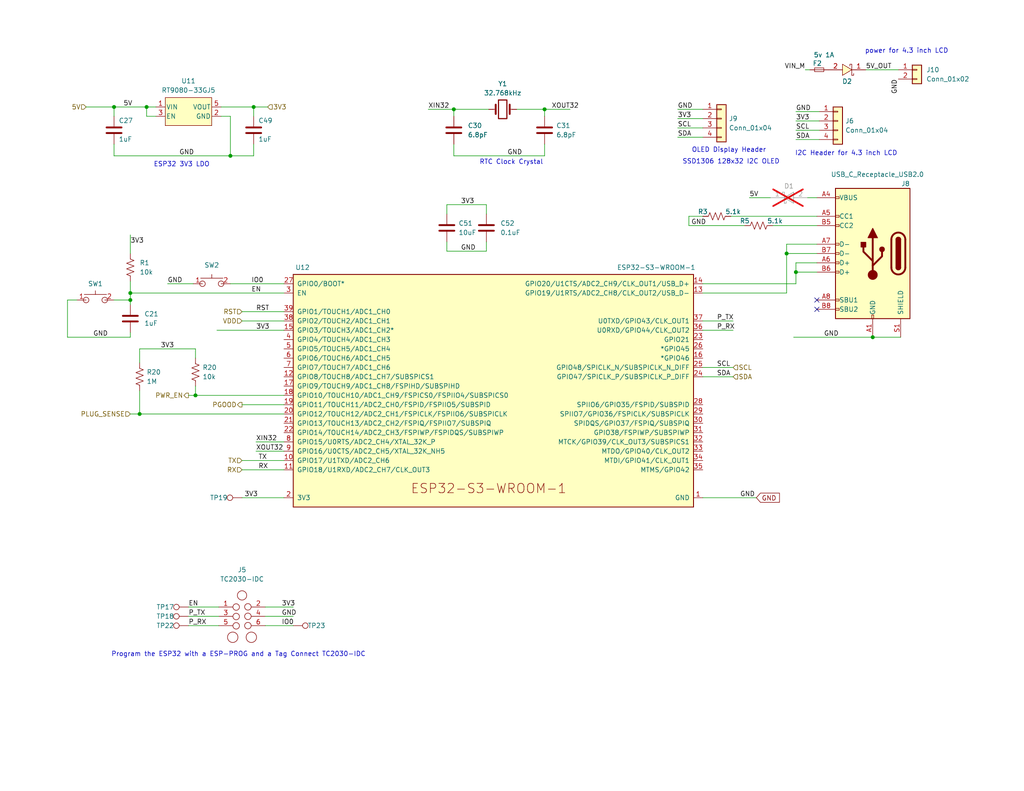
<source format=kicad_sch>
(kicad_sch (version 20231120) (generator "eeschema") (generator_version "8.0")
  (paper "A")
  (title_block (title "BM1366 bitaxe") (date "2023-10-25") (rev "203"))
  (lib_symbols
    (symbol "Connector:TestPoint" (pin_numbers hide) (pin_names (offset 0.762) hide)
      (property "Reference" "TP" (at 0 6.858 0))
      (property "Value" "TestPoint" (at 0 5.08 0))
      (symbol "TestPoint_0_1"
        (circle (center 0 3.302) (radius 0.762))
      )
      (symbol "TestPoint_1_1"
        (pin passive line (at 0 0 90) (length 2.54) (name "1") (number "1"))
      )
    )
    (symbol "Connector:USB_C_Receptacle_USB2.0" (pin_names (offset 1.016))
      (property "Reference" "J" (at -10.16 19.05 0))
      (property "Value" "USB_C_Receptacle_USB2.0" (at 19.05 19.05 0))
      (symbol "USB_C_Receptacle_USB2.0_0_0"
        (rectangle (start -0.254 -17.78) (end 0.254 -16.764))
        (rectangle (start 10.16 -14.986) (end 9.144 -15.494))
        (rectangle (start 10.16 -12.446) (end 9.144 -12.954))
        (rectangle (start 10.16 -4.826) (end 9.144 -5.334))
        (rectangle (start 10.16 -2.286) (end 9.144 -2.794))
        (rectangle (start 10.16 0.254) (end 9.144 -0.254))
        (rectangle (start 10.16 2.794) (end 9.144 2.286))
        (rectangle (start 10.16 7.874) (end 9.144 7.366))
        (rectangle (start 10.16 10.414) (end 9.144 9.906))
        (rectangle (start 10.16 15.494) (end 9.144 14.986))
      )
      (symbol "USB_C_Receptacle_USB2.0_0_1"
        (rectangle (start -10.16 17.78) (end 10.16 -17.78) (stroke (width 0.254)) (fill (type background)))
        (arc (start -8.89 -3.81) (mid -6.985 -5.7067) (end -5.08 -3.81) (stroke (width 0.508)))
        (arc (start -7.62 -3.81) (mid -6.985 -4.4423) (end -6.35 -3.81) (stroke (width 0.254)))
        (arc (start -7.62 -3.81) (mid -6.985 -4.4423) (end -6.35 -3.81) (stroke (width 0.254)) (fill (type outline)))
        (rectangle (start -7.62 -3.81) (end -6.35 3.81) (stroke (width 0.254)) (fill (type outline)))
        (arc (start -6.35 3.81) (mid -6.985 4.4423) (end -7.62 3.81) (stroke (width 0.254)))
        (arc (start -6.35 3.81) (mid -6.985 4.4423) (end -7.62 3.81) (stroke (width 0.254)) (fill (type outline)))
        (arc (start -5.08 3.81) (mid -6.985 5.7067) (end -8.89 3.81) (stroke (width 0.508)))
        (circle (center -2.54 1.143) (radius 0.635) (stroke (width 0.254)) (fill (type outline)))
        (circle (center 0 -5.842) (radius 1.27) (fill (type outline)))
        (polyline (pts (xy -8.89 -3.81) (xy -8.89 3.81)) (stroke (width 0.508)))
        (polyline (pts (xy -5.08 3.81) (xy -5.08 -3.81)) (stroke (width 0.508)))
        (polyline (pts (xy 0 -5.842) (xy 0 4.318)) (stroke (width 0.508)))
        (polyline (pts (xy 0 -3.302) (xy -2.54 -0.762) (xy -2.54 0.508)) (stroke (width 0.508)))
        (polyline (pts (xy 0 -2.032) (xy 2.54 0.508) (xy 2.54 1.778)) (stroke (width 0.508)))
        (polyline (pts (xy -1.27 4.318) (xy 0 6.858) (xy 1.27 4.318) (xy -1.27 4.318)) (stroke (width 0.254)) (fill (type outline)))
        (rectangle (start 1.905 1.778) (end 3.175 3.048) (stroke (width 0.254)) (fill (type outline)))
      )
      (symbol "USB_C_Receptacle_USB2.0_1_1"
        (pin passive line (at 0 -22.86 90) (length 5.08) (name "GND") (number "A1"))
        (pin passive line (at 0 -22.86 90) (length 5.08) hide (name "GND") (number "A12"))
        (pin passive line (at 15.24 15.24 180) (length 5.08) (name "VBUS") (number "A4"))
        (pin bidirectional line (at 15.24 10.16 180) (length 5.08) (name "CC1") (number "A5"))
        (pin bidirectional line (at 15.24 -2.54 180) (length 5.08) (name "D+") (number "A6"))
        (pin bidirectional line (at 15.24 2.54 180) (length 5.08) (name "D-") (number "A7"))
        (pin bidirectional line (at 15.24 -12.7 180) (length 5.08) (name "SBU1") (number "A8"))
        (pin passive line (at 15.24 15.24 180) (length 5.08) hide (name "VBUS") (number "A9"))
        (pin passive line (at 0 -22.86 90) (length 5.08) hide (name "GND") (number "B1"))
        (pin passive line (at 0 -22.86 90) (length 5.08) hide (name "GND") (number "B12"))
        (pin passive line (at 15.24 15.24 180) (length 5.08) hide (name "VBUS") (number "B4"))
        (pin bidirectional line (at 15.24 7.62 180) (length 5.08) (name "CC2") (number "B5"))
        (pin bidirectional line (at 15.24 -5.08 180) (length 5.08) (name "D+") (number "B6"))
        (pin bidirectional line (at 15.24 0 180) (length 5.08) (name "D-") (number "B7"))
        (pin bidirectional line (at 15.24 -15.24 180) (length 5.08) (name "SBU2") (number "B8"))
        (pin passive line (at 15.24 15.24 180) (length 5.08) hide (name "VBUS") (number "B9"))
        (pin passive line (at -7.62 -22.86 90) (length 5.08) (name "SHIELD") (number "S1"))
      )
    )
    (symbol "Connector_Generic:Conn_01x02" (pin_names (offset 1.016) hide)
      (property "Reference" "J" (at 0 2.54 0))
      (property "Value" "Conn_01x02" (at 0 -5.08 0))
      (symbol "Conn_01x02_1_1"
        (rectangle (start -1.27 -2.413) (end 0 -2.667) (stroke (width 0.1524)))
        (rectangle (start -1.27 0.127) (end 0 -0.127) (stroke (width 0.1524)))
        (rectangle (start -1.27 1.27) (end 1.27 -3.81) (stroke (width 0.254)) (fill (type background)))
        (pin passive line (at -5.08 0 0) (length 3.81) (name "Pin_1") (number "1"))
        (pin passive line (at -5.08 -2.54 0) (length 3.81) (name "Pin_2") (number "2"))
      )
    )
    (symbol "Connector_Generic:Conn_01x04" (pin_names (offset 1.016) hide)
      (property "Reference" "J" (at 0 5.08 0))
      (property "Value" "Conn_01x04" (at 0 -7.62 0))
      (symbol "Conn_01x04_1_1"
        (rectangle (start -1.27 -4.953) (end 0 -5.207) (stroke (width 0.1524)))
        (rectangle (start -1.27 -2.413) (end 0 -2.667) (stroke (width 0.1524)))
        (rectangle (start -1.27 0.127) (end 0 -0.127) (stroke (width 0.1524)))
        (rectangle (start -1.27 2.667) (end 0 2.413) (stroke (width 0.1524)))
        (rectangle (start -1.27 3.81) (end 1.27 -6.35) (stroke (width 0.254)) (fill (type background)))
        (pin passive line (at -5.08 2.54 0) (length 3.81) (name "Pin_1") (number "1"))
        (pin passive line (at -5.08 0 0) (length 3.81) (name "Pin_2") (number "2"))
        (pin passive line (at -5.08 -2.54 0) (length 3.81) (name "Pin_3") (number "3"))
        (pin passive line (at -5.08 -5.08 0) (length 3.81) (name "Pin_4") (number "4"))
      )
    )
    (symbol "Device:C" (pin_numbers hide) (pin_names (offset 0.254))
      (property "Reference" "C" (at 0.635 2.54 0))
      (property "Value" "C" (at 0.635 -2.54 0))
      (symbol "C_0_1"
        (polyline (pts (xy -2.032 -0.762) (xy 2.032 -0.762)) (stroke (width 0.508)))
        (polyline (pts (xy -2.032 0.762) (xy 2.032 0.762)) (stroke (width 0.508)))
      )
      (symbol "C_1_1"
        (pin passive line (at 0 3.81 270) (length 2.794) (name "~") (number "1"))
        (pin passive line (at 0 -3.81 90) (length 2.794) (name "~") (number "2"))
      )
    )
    (symbol "Device:Crystal" (pin_numbers hide) (pin_names (offset 1.016) hide)
      (property "Reference" "Y" (at 0 3.81 0))
      (property "Value" "Crystal" (at 0 -3.81 0))
      (symbol "Crystal_0_1"
        (rectangle (start -1.143 2.54) (end 1.143 -2.54) (stroke (width 0.3048)))
        (polyline (pts (xy -2.54 0) (xy -1.905 0)))
        (polyline (pts (xy -1.905 -1.27) (xy -1.905 1.27)) (stroke (width 0.508)))
        (polyline (pts (xy 1.905 -1.27) (xy 1.905 1.27)) (stroke (width 0.508)))
        (polyline (pts (xy 2.54 0) (xy 1.905 0)))
      )
      (symbol "Crystal_1_1"
        (pin passive line (at -3.81 0 0) (length 1.27) (name "1") (number "1"))
        (pin passive line (at 3.81 0 180) (length 1.27) (name "2") (number "2"))
      )
    )
    (symbol "Device:Fuse_Small" (pin_numbers hide) (pin_names (offset 0.254) hide)
      (property "Reference" "F" (at 0 -1.524 0))
      (property "Value" "Fuse_Small" (at 0 1.524 0))
      (symbol "Fuse_Small_0_1"
        (rectangle (start -1.27 0.508) (end 1.27 -0.508))
        (polyline (pts (xy -1.27 0) (xy 1.27 0)))
      )
      (symbol "Fuse_Small_1_1"
        (pin passive line (at -2.54 0 0) (length 1.27) (name "~") (number "1"))
        (pin passive line (at 2.54 0 180) (length 1.27) (name "~") (number "2"))
      )
    )
    (symbol "Device:R_US" (pin_numbers hide) (pin_names (offset 0))
      (property "Reference" "R" (at 2.54 0 90))
      (property "Value" "R_US" (at -2.54 0 90))
      (symbol "R_US_0_1"
        (polyline (pts (xy 0 -2.286) (xy 0 -2.54)))
        (polyline (pts (xy 0 2.286) (xy 0 2.54)))
        (polyline (pts (xy 0 -0.762) (xy 1.016 -1.143) (xy 0 -1.524) (xy -1.016 -1.905) (xy 0 -2.286)))
        (polyline (pts (xy 0 0.762) (xy 1.016 0.381) (xy 0 0) (xy -1.016 -0.381) (xy 0 -0.762)))
        (polyline (pts (xy 0 2.286) (xy 1.016 1.905) (xy 0 1.524) (xy -1.016 1.143) (xy 0 0.762)))
      )
      (symbol "R_US_1_1"
        (pin passive line (at 0 3.81 270) (length 1.27) (name "~") (number "1"))
        (pin passive line (at 0 -3.81 90) (length 1.27) (name "~") (number "2"))
      )
    )
    (symbol "bitaxe:ESP32-S3-WROOM-1" (pin_names (offset 1.016))
      (property "Reference" "U12" (at -50.8 34.925 0))
      (property "Value" "ESP32-S3-WROOM-1" (at 45.72 34.925 0))
      (symbol "ESP32-S3-WROOM-1_0_0"
        (rectangle (start -53.34 33.02) (end 55.88 -30.48) (stroke (width 0.254)) (fill (type background)))
        (text "ESP32-S3-WROOM-1" (at 0 -25.4 0) (effects (font (size 2.54 2.54))))
        (pin power_in line (at 58.42 -27.94 180) (length 2.54) (name "GND") (number "1"))
        (pin bidirectional line (at -55.88 -17.78 0) (length 2.54) (name "GPIO17/U1TXD/ADC2_CH6") (number "10"))
        (pin bidirectional line (at -55.88 -20.32 0) (length 2.54) (name "GPIO18/U1RXD/ADC2_CH7/CLK_OUT3") (number "11"))
        (pin bidirectional line (at -55.88 5.08 0) (length 2.54) (name "GPIO8/TOUCH8/ADC1_CH7/SUBSPICS1") (number "12"))
        (pin bidirectional line (at 58.42 27.94 180) (length 2.54) (name "GPIO19/U1RTS/ADC2_CH8/CLK_OUT2/USB_D-") (number "13"))
        (pin bidirectional line (at 58.42 30.48 180) (length 2.54) (name "GPIO20/U1CTS/ADC2_CH9/CLK_OUT1/USB_D+") (number "14"))
        (pin bidirectional line (at -55.88 17.78 0) (length 2.54) (name "GPIO3/TOUCH3/ADC1_CH2*") (number "15"))
        (pin bidirectional line (at 58.42 10.16 180) (length 2.54) (name "*GPIO46") (number "16"))
        (pin bidirectional line (at -55.88 2.54 0) (length 2.54) (name "GPIO9/TOUCH9/ADC1_CH8/FSPIHD/SUBSPIHD") (number "17"))
        (pin bidirectional line (at -55.88 0 0) (length 2.54) (name "GPIO10/TOUCH10/ADC1_CH9/FSPICS0/FSPIIO4/SUBSPICS0") (number "18"))
        (pin bidirectional line (at -55.88 -2.54 0) (length 2.54) (name "GPIO11/TOUCH11/ADC2_CH0/FSPID/FSPIIO5/SUBSPID") (number "19"))
        (pin power_in line (at -55.88 -27.94 0) (length 2.54) (name "3V3") (number "2"))
        (pin bidirectional line (at -55.88 -5.08 0) (length 2.54) (name "GPIO12/TOUCH12/ADC2_CH1/FSPICLK/FSPIIO6/SUBSPICLK") (number "20"))
        (pin bidirectional line (at -55.88 -7.62 0) (length 2.54) (name "GPIO13/TOUCH13/ADC2_CH2/FSPIQ/FSPIIO7/SUBSPIQ") (number "21"))
        (pin bidirectional line (at -55.88 -10.16 0) (length 2.54) (name "GPIO14/TOUCH14/ADC2_CH3/FSPIWP/FSPIDQS/SUBSPIWP") (number "22"))
        (pin bidirectional line (at 58.42 15.24 180) (length 2.54) (name "GPIO21") (number "23"))
        (pin bidirectional line (at 58.42 5.08 180) (length 2.54) (name "GPIO47/SPICLK_P/SUBSPICLK_P_DIFF") (number "24"))
        (pin bidirectional line (at 58.42 7.62 180) (length 2.54) (name "GPIO48/SPICLK_N/SUBSPICLK_N_DIFF") (number "25"))
        (pin bidirectional line (at 58.42 12.7 180) (length 2.54) (name "*GPIO45") (number "26"))
        (pin bidirectional line (at -55.88 30.48 0) (length 2.54) (name "GPIO0/BOOT*") (number "27"))
        (pin bidirectional line (at 58.42 -2.54 180) (length 2.54) (name "SPIIO6/GPIO35/FSPID/SUBSPID") (number "28"))
        (pin bidirectional line (at 58.42 -5.08 180) (length 2.54) (name "SPIIO7/GPIO36/FSPICLK/SUBSPICLK") (number "29"))
        (pin input line (at -55.88 27.94 0) (length 2.54) (name "EN") (number "3"))
        (pin bidirectional line (at 58.42 -7.62 180) (length 2.54) (name "SPIDQS/GPIO37/FSPIQ/SUBSPIQ") (number "30"))
        (pin bidirectional line (at 58.42 -10.16 180) (length 2.54) (name "GPIO38/FSPIWP/SUBSPIWP") (number "31"))
        (pin bidirectional line (at 58.42 -12.7 180) (length 2.54) (name "MTCK/GPIO39/CLK_OUT3/SUBSPICS1") (number "32"))
        (pin bidirectional line (at 58.42 -15.24 180) (length 2.54) (name "MTDO/GPIO40/CLK_OUT2") (number "33"))
        (pin bidirectional line (at 58.42 -17.78 180) (length 2.54) (name "MTDI/GPIO41/CLK_OUT1") (number "34"))
        (pin bidirectional line (at 58.42 -20.32 180) (length 2.54) (name "MTMS/GPIO42") (number "35"))
        (pin bidirectional line (at 58.42 17.78 180) (length 2.54) (name "U0RXD/GPIO44/CLK_OUT2") (number "36"))
        (pin bidirectional line (at 58.42 20.32 180) (length 2.54) (name "U0TXD/GPIO43/CLK_OUT1") (number "37"))
        (pin bidirectional line (at -55.88 20.32 0) (length 2.54) (name "GPIO2/TOUCH2/ADC1_CH1") (number "38"))
        (pin bidirectional line (at -55.88 22.86 0) (length 2.54) (name "GPIO1/TOUCH1/ADC1_CH0") (number "39"))
        (pin bidirectional line (at -55.88 15.24 0) (length 2.54) (name "GPIO4/TOUCH4/ADC1_CH3") (number "4"))
        (pin passive line (at 58.42 -27.94 180) (length 2.54) hide (name "GND") (number "40"))
        (pin passive line (at 58.42 -27.94 180) (length 2.54) hide (name "GND") (number "41"))
        (pin bidirectional line (at -55.88 12.7 0) (length 2.54) (name "GPIO5/TOUCH5/ADC1_CH4") (number "5"))
        (pin bidirectional line (at -55.88 10.16 0) (length 2.54) (name "GPIO6/TOUCH6/ADC1_CH5") (number "6"))
        (pin bidirectional line (at -55.88 7.62 0) (length 2.54) (name "GPIO7/TOUCH7/ADC1_CH6") (number "7"))
        (pin bidirectional line (at -55.88 -12.7 0) (length 2.54) (name "GPIO15/U0RTS/ADC2_CH4/XTAL_32K_P") (number "8"))
        (pin bidirectional line (at -55.88 -15.24 0) (length 2.54) (name "GPIO16/U0CTS/ADC2_CH5/XTAL_32K_NH5") (number "9"))
      )
    )
    (symbol "bitaxe:GT-TC029B-H025-L1N"
      (property "Reference" "SW2" (at 0 3.81 0))
      (symbol "GT-TC029B-H025-L1N_0_1"
        (circle (center -2.54 0) (radius 0.76))
        (polyline (pts (xy -3.05 1.52) (xy 3.05 1.52)))
        (polyline (pts (xy 0 1.52) (xy 0 2.54)))
        (circle (center 2.54 0) (radius 0.76))
        (pin unspecified line (at -5.08 0 0) (length 2.54) (name "~") (number "1"))
        (pin unspecified line (at 5.08 0 180) (length 2.54) (name "~") (number "2"))
      )
    )
    (symbol "bitaxe:RT9080-33GJ5" (pin_names (offset 0.254))
      (property "Reference" "U" (at -6.35 5.08 0))
      (property "Value" "RT9080-33GJ5" (at 0 -5.08 0))
      (symbol "RT9080-33GJ5_1_1"
        (rectangle (start -6.35 3.81) (end 6.35 -3.81) (stroke (width 0.1524)) (fill (type background)))
        (pin power_in line (at -8.89 1.27 0) (length 2.54) (name "VIN") (number "1"))
        (pin power_in line (at 8.89 -1.27 180) (length 2.54) (name "GND") (number "2"))
        (pin input line (at -8.89 -1.27 0) (length 2.54) (name "EN") (number "3"))
        (pin no_connect line (at 0 6.35 270) (length 2.54) hide (name "NC") (number "4"))
        (pin output line (at 8.89 1.27 180) (length 2.54) (name "VOUT") (number "5"))
      )
    )
    (symbol "bitaxe:TC2030-IDC-NL" (pin_names (offset 1.016) hide)
      (property "Reference" "J5" (at 0 12.7 0))
      (property "Value" "TC2030-IDC" (at 0 10.16 0))
      (symbol "TC2030-IDC-NL_0_1"
        (circle (center -2.54 -5.715) (radius 1.4224))
        (circle (center -1.6002 2.54) (radius 0.889))
        (circle (center 0 5.715) (radius 1.27))
      )
      (symbol "TC2030-IDC-NL_1_1"
        (circle (center -1.6002 -2.5908) (radius 0.889))
        (circle (center -1.6002 -0.0508) (radius 0.889))
        (circle (center 1.6002 -2.54) (radius 0.889))
        (circle (center 1.6002 0) (radius 0.889))
        (circle (center 1.6002 2.5908) (radius 0.889))
        (circle (center 2.54 -5.715) (radius 1.4224))
        (pin passive line (at -6.35 2.54 0) (length 3.81) (name "Pin_1") (number "1"))
        (pin passive line (at 6.35 2.54 180) (length 3.81) (name "Pin_2") (number "2"))
        (pin passive line (at -6.35 0 0) (length 3.81) (name "Pin_3") (number "3"))
        (pin passive line (at 6.35 0 180) (length 3.81) (name "Pin_4") (number "4"))
        (pin passive line (at -6.35 -2.54 0) (length 3.81) (name "Pin_5") (number "5"))
        (pin passive line (at 6.35 -2.54 180) (length 3.81) (name "Pin_6") (number "6"))
      )
    )
    (symbol "lcsc:SS310_C85658"
      (property "Reference" "D" (at 0 5.08 0))
      (property "Value" "SS310_C85658" (at 0 -5.08 0))
      (symbol "SS310_C85658_0_1"
        (polyline (pts (xy -1.27 -1.52) (xy -1.27 1.52)))
        (polyline (pts (xy -1.27 -1.52) (xy -0.76 -1.52) (xy -0.76 -1.02)))
        (polyline (pts (xy -1.27 1.52) (xy -1.78 1.52) (xy -1.78 1.02)))
        (polyline (pts (xy 1.27 1.52) (xy -1.27 0) (xy 1.27 -1.52) (xy 1.27 1.52)) (fill (type background)))
        (pin unspecified line (at -5.08 0 0) (length 3.81) (name "~") (number "1"))
        (pin unspecified line (at 5.08 0 180) (length 3.81) (name "~") (number "2"))
      )
    )
  )
  (junction (at 214.63 69.215))
  (junction (at 123.825 29.845))
  (junction (at 238.125 92.075))
  (junction (at 62.865 42.545))
  (junction (at 217.17 74.295))
  (junction (at 53.34 107.95))
  (junction (at 40.005 29.21))
  (junction (at 148.59 29.845))
  (junction (at 35.56 80.01))
  (junction (at 38.1 113.03))
  (junction (at 35.56 81.915))
  (junction (at 69.215 29.21))
  (junction (at 31.115 29.21))
  (no_connect (at 222.885 81.915))
  (no_connect (at 222.885 84.455))
  (wire (pts (xy 187.96 59.055) (xy 191.77 59.055)))
  (wire (pts (xy 35.56 113.03) (xy 38.1 113.03)))
  (wire (pts (xy 121.92 55.88) (xy 121.92 58.42)))
  (wire (pts (xy 31.115 29.21) (xy 31.115 31.75)))
  (wire (pts (xy 216.535 92.075) (xy 238.125 92.075)))
  (wire (pts (xy 35.56 80.01) (xy 35.56 81.915)))
  (wire (pts (xy 236.22 19.05) (xy 245.11 19.05)))
  (wire (pts (xy 60.325 31.75) (xy 62.865 31.75)))
  (wire (pts (xy 140.97 29.845) (xy 148.59 29.845)))
  (wire (pts (xy 72.39 168.275) (xy 80.01 168.275)))
  (wire (pts (xy 69.215 39.37) (xy 69.215 42.545)))
  (wire (pts (xy 66.04 110.49) (xy 77.47 110.49)))
  (wire (pts (xy 132.715 68.58) (xy 121.92 68.58)))
  (wire (pts (xy 238.125 92.075) (xy 245.745 92.075)))
  (wire (pts (xy 62.865 31.75) (xy 62.865 42.545)))
  (wire (pts (xy 123.825 42.545) (xy 123.825 39.37)))
  (wire (pts (xy 35.56 76.835) (xy 35.56 80.01)))
  (wire (pts (xy 72.39 165.735) (xy 80.01 165.735)))
  (wire (pts (xy 69.215 29.21) (xy 69.215 31.75)))
  (wire (pts (xy 38.1 99.06) (xy 38.1 95.25)))
  (wire (pts (xy 77.47 125.73) (xy 66.04 125.73)))
  (wire (pts (xy 132.715 66.04) (xy 132.715 68.58)))
  (wire (pts (xy 217.17 30.48) (xy 223.52 30.48)))
  (wire (pts (xy 40.005 29.21) (xy 42.545 29.21)))
  (wire (pts (xy 18.415 81.915) (xy 18.415 92.075)))
  (wire (pts (xy 148.59 29.845) (xy 155.575 29.845)))
  (wire (pts (xy 69.85 120.65) (xy 77.47 120.65)))
  (wire (pts (xy 77.47 85.09) (xy 66.04 85.09)))
  (wire (pts (xy 45.72 77.47) (xy 52.705 77.47)))
  (wire (pts (xy 214.63 69.215) (xy 214.63 80.01)))
  (wire (pts (xy 116.84 29.845) (xy 123.825 29.845)))
  (wire (pts (xy 220.98 19.05) (xy 219.71 19.05)))
  (wire (pts (xy 31.115 81.915) (xy 35.56 81.915)))
  (wire (pts (xy 123.825 42.545) (xy 148.59 42.545)))
  (wire (pts (xy 203.2 61.595) (xy 187.96 61.595)))
  (wire (pts (xy 123.825 29.845) (xy 123.825 31.75)))
  (wire (pts (xy 23.495 29.21) (xy 31.115 29.21)))
  (wire (pts (xy 18.415 92.075) (xy 35.56 92.075)))
  (wire (pts (xy 72.39 170.815) (xy 80.01 170.815)))
  (wire (pts (xy 217.17 74.295) (xy 222.885 74.295)))
  (wire (pts (xy 199.39 59.055) (xy 222.885 59.055)))
  (wire (pts (xy 69.85 123.19) (xy 77.47 123.19)))
  (wire (pts (xy 184.912 29.845) (xy 191.77 29.845)))
  (wire (pts (xy 35.56 81.915) (xy 35.56 83.185)))
  (wire (pts (xy 191.77 90.17) (xy 200.025 90.17)))
  (wire (pts (xy 35.56 80.01) (xy 77.47 80.01)))
  (wire (pts (xy 222.885 66.675) (xy 214.63 66.675)))
  (wire (pts (xy 77.47 128.27) (xy 66.04 128.27)))
  (wire (pts (xy 214.63 69.215) (xy 222.885 69.215)))
  (wire (pts (xy 123.825 29.845) (xy 133.35 29.845)))
  (wire (pts (xy 51.435 170.815) (xy 59.69 170.815)))
  (wire (pts (xy 191.77 102.87) (xy 200.025 102.87)))
  (wire (pts (xy 69.215 29.21) (xy 73.025 29.21)))
  (wire (pts (xy 31.115 29.21) (xy 40.005 29.21)))
  (wire (pts (xy 38.1 113.03) (xy 77.47 113.03)))
  (wire (pts (xy 51.435 107.95) (xy 53.34 107.95)))
  (wire (pts (xy 184.912 34.925) (xy 191.77 34.925)))
  (wire (pts (xy 217.17 38.1) (xy 223.52 38.1)))
  (wire (pts (xy 53.34 107.95) (xy 77.47 107.95)))
  (wire (pts (xy 191.77 135.89) (xy 206.375 135.89)))
  (wire (pts (xy 51.435 168.275) (xy 59.69 168.275)))
  (wire (pts (xy 31.115 42.545) (xy 31.115 39.37)))
  (wire (pts (xy 66.04 87.63) (xy 77.47 87.63)))
  (wire (pts (xy 35.56 90.805) (xy 35.56 92.075)))
  (wire (pts (xy 121.92 68.58) (xy 121.92 66.04)))
  (wire (pts (xy 59.182 90.17) (xy 77.47 90.17)))
  (wire (pts (xy 62.865 77.47) (xy 77.47 77.47)))
  (wire (pts (xy 187.96 61.595) (xy 187.96 59.055)))
  (wire (pts (xy 42.545 31.75) (xy 40.005 31.75)))
  (wire (pts (xy 148.59 29.845) (xy 148.59 31.75)))
  (wire (pts (xy 51.435 165.735) (xy 59.69 165.735)))
  (wire (pts (xy 191.77 77.47) (xy 217.17 77.47)))
  (wire (pts (xy 191.77 100.33) (xy 200.025 100.33)))
  (wire (pts (xy 217.17 74.295) (xy 217.17 71.755)))
  (wire (pts (xy 20.955 81.915) (xy 18.415 81.915)))
  (wire (pts (xy 217.17 77.47) (xy 217.17 74.295)))
  (wire (pts (xy 191.77 87.63) (xy 200.025 87.63)))
  (wire (pts (xy 40.005 31.75) (xy 40.005 29.21)))
  (wire (pts (xy 148.59 39.37) (xy 148.59 42.545)))
  (wire (pts (xy 132.715 55.88) (xy 121.92 55.88)))
  (wire (pts (xy 53.34 105.41) (xy 53.34 107.95)))
  (wire (pts (xy 220.345 53.975) (xy 222.885 53.975)))
  (wire (pts (xy 210.82 61.595) (xy 222.885 61.595)))
  (wire (pts (xy 38.1 95.25) (xy 53.34 95.25)))
  (wire (pts (xy 217.17 71.755) (xy 222.885 71.755)))
  (wire (pts (xy 191.77 80.01) (xy 214.63 80.01)))
  (wire (pts (xy 53.34 97.79) (xy 53.34 95.25)))
  (wire (pts (xy 66.04 135.89) (xy 77.47 135.89)))
  (wire (pts (xy 184.912 37.465) (xy 191.77 37.465)))
  (wire (pts (xy 132.715 58.42) (xy 132.715 55.88)))
  (wire (pts (xy 184.912 32.385) (xy 191.77 32.385)))
  (wire (pts (xy 217.17 33.02) (xy 223.52 33.02)))
  (wire (pts (xy 69.215 42.545) (xy 62.865 42.545)))
  (wire (pts (xy 217.17 35.56) (xy 223.52 35.56)))
  (wire (pts (xy 35.56 64.135) (xy 35.56 69.215)))
  (wire (pts (xy 60.325 29.21) (xy 69.215 29.21)))
  (wire (pts (xy 214.63 66.675) (xy 214.63 69.215)))
  (wire (pts (xy 204.47 53.975) (xy 210.185 53.975)))
  (wire (pts (xy 62.865 42.545) (xy 31.115 42.545)))
  (wire (pts (xy 38.1 106.68) (xy 38.1 113.03)))
  (text "I2C Header for 4.3 inch LCD" (at 216.916 42.672 0) (effects (font (size 1.27 1.27)) (justify left bottom)))
  (text "RTC Clock Crystal" (at 130.81 45.085 0) (effects (font (size 1.27 1.27)) (justify left bottom)))
  (text "ESP32 3V3 LDO" (at 41.91 45.72 0) (effects (font (size 1.27 1.27)) (justify left bottom)))
  (text "Program the ESP32 with a ESP-PROG and a Tag Connect TC2030-IDC" (at 30.353 179.451 0) (effects (font (size 1.27 1.27)) (justify left bottom)))
  (text "SSD1306 128x32 I2C OLED" (at 186.182 44.958 0) (effects (font (size 1.27 1.27)) (justify left bottom)))
  (text "power for 4.3 inch LCD" (at 235.966 14.732 0) (effects (font (size 1.27 1.27)) (justify left bottom)))
  (text "OLED Display Header" (at 188.722 41.783 0) (effects (font (size 1.27 1.27)) (justify left bottom)))
  (label "P_RX" (at 51.435 170.815 0))
  (label "5V_OUT" (at 236.22 19.05 0))
  (label "RST" (at 69.85 85.09 0))
  (label "5V" (at 204.47 53.975 0))
  (label "P_TX" (at 51.435 168.275 0))
  (label "3V3" (at 43.815 95.25 0))
  (label "EN" (at 51.435 165.735 0))
  (label "GND" (at 184.912 29.845 0))
  (label "GND" (at 224.79 92.075 0))
  (label "XOUT32" (at 150.495 29.845 0))
  (label "EN" (at 68.58 80.01 0))
  (label "P_RX" (at 195.58 90.17 0))
  (label "IO0" (at 68.58 77.47 0))
  (label "GND" (at 125.73 68.58 0))
  (label "3V3" (at 66.675 135.89 0))
  (label "SDA" (at 217.17 38.1 0))
  (label "SDA" (at 195.58 102.87 0))
  (label "VIN_M" (at 219.71 19.05 180))
  (label "GND" (at 217.17 30.48 0))
  (label "GND" (at 188.595 61.595 0))
  (label "XIN32" (at 69.85 120.65 0))
  (label "TX" (at 70.485 125.73 0))
  (label "GND" (at 138.43 42.545 0))
  (label "3V3" (at 76.835 165.735 0))
  (label "3V3" (at 69.85 90.17 0))
  (label "3V3" (at 217.17 33.02 0))
  (label "IO0" (at 76.835 170.815 0))
  (label "SCL" (at 195.58 100.33 0))
  (label "XOUT32" (at 69.85 123.19 0))
  (label "SCL" (at 184.912 34.925 0))
  (label "XIN32" (at 116.84 29.845 0))
  (label "GND" (at 201.93 135.89 0))
  (label "GND" (at 45.72 77.47 0))
  (label "SDA" (at 184.912 37.465 0))
  (label "3V3" (at 125.73 55.88 0))
  (label "P_TX" (at 195.58 87.63 0))
  (label "3V3" (at 184.912 32.385 0))
  (label "GND" (at 25.4 92.075 0))
  (label "5V" (at 33.655 29.21 0))
  (label "GND" (at 76.835 168.275 0))
  (label "GND" (at 48.895 42.545 0))
  (label "3V3" (at 35.56 66.675 0))
  (label "RX" (at 70.485 128.27 0))
  (label "GND" (at 245.11 21.59 270))
  (label "SCL" (at 217.17 35.56 0))
  (global_label "GND" (shape input) (at 206.375 135.89 0) (property "Intersheetrefs" "${INTERSHEET_REFS}" (effects (hide yes))))
  (hierarchical_label "TX" (shape input) (at 66.04 125.73 180))
  (hierarchical_label "RX" (shape input) (at 66.04 128.27 180))
  (hierarchical_label "3V3" (shape input) (at 73.025 29.21 0))
  (hierarchical_label "PLUG_SENSE" (shape input) (at 35.56 113.03 180))
  (hierarchical_label "SCL" (shape input) (at 200.025 100.33 0))
  (hierarchical_label "RST" (shape input) (at 66.04 85.09 180))
  (hierarchical_label "SDA" (shape input) (at 200.025 102.87 0))
  (hierarchical_label "PGOOD" (shape output) (at 66.04 110.49 180))
  (hierarchical_label "PWR_EN" (shape output) (at 51.435 107.95 180))
  (hierarchical_label "5V" (shape input) (at 23.495 29.21 180))
  (hierarchical_label "VDD" (shape input) (at 66.04 87.63 180))
  (symbol (lib_id "Device:C") (at 35.56 86.995 0) (unit 1)
    (property "Reference" "C21" (at 39.37 85.7249 0) (effects (justify left)))
    (property "Value" "1uF" (at 39.37 88.2649 0) (effects (justify left)))
    (property "Footprint" "Capacitor_SMD:C_0402_1005Metric" (effects (hide yes)))
    (property "DK" "587-5514-1-ND" (effects (hide yes)))
    (property "PARTNO" "EMK105BJ105MV-F" (effects (hide yes)))
  )
  (symbol (lib_id "Device:C") (at 123.825 35.56 0) (unit 1)
    (property "Reference" "C30" (at 127.635 34.2899 0) (effects (justify left)))
    (property "Value" "6.8pF" (at 127.635 36.8299 0) (effects (justify left)))
    (property "Footprint" "Capacitor_SMD:C_0402_1005Metric" (effects (hide yes)))
    (property "DK" "399-C0402C689C5GAC7867CT-ND" (effects (hide yes)))
    (property "PARTNO" "C0402C689C5GAC7867" (effects (hide yes)))
  )
  (symbol (lib_id "Device:R_US") (at 207.01 61.595 90) (unit 1)
    (property "Reference" "R5" (at 203.2 60.325 90))
    (property "Value" "5.1k" (at 211.455 60.325 90))
    (property "Footprint" "Resistor_SMD:R_0402_1005Metric" (effects (hide yes)))
    (property "DK" "RMCF0402JT5K10CT-ND" (effects (hide yes)))
    (property "PARTNO" "RMCF0402JT5K10" (effects (hide yes)))
  )
  (symbol (lib_id "Device:C") (at 132.715 62.23 0) (unit 1)
    (property "Reference" "C52" (at 136.525 60.9599 0) (effects (justify left)))
    (property "Value" "0.1uF" (at 136.525 63.4999 0) (effects (justify left)))
    (property "Footprint" "Capacitor_SMD:C_0402_1005Metric" (effects (hide yes)))
    (property "DK" "1292-1639-1-ND" (effects (hide yes)))
    (property "PARTNO" "0402X104K100CT" (effects (hide yes)))
  )
  (symbol (lib_id "Device:R_US") (at 38.1 102.87 0) (unit 1)
    (property "Reference" "R20" (at 40.005 101.6 0) (effects (justify left)))
    (property "Value" "1M" (at 40.005 104.14 0) (effects (justify left)))
    (property "Footprint" "Resistor_SMD:R_0402_1005Metric" (effects (hide yes)))
    (property "DK" "311-1.00MLRCT-ND" (effects (hide yes)))
    (property "PARTNO" "RC0402FR-071ML" (effects (hide yes)))
  )
  (symbol (lib_id "Connector_Generic:Conn_01x02") (at 250.19 19.05 0) (unit 1)
    (property "Reference" "J10" (at 252.73 19.0499 0) (effects (justify left)))
    (property "Value" "Conn_01x02" (at 252.73 21.5899 0) (effects (justify left)))
    (property "Footprint" "Connector_PinSocket_2.54mm:PinSocket_1x02_P2.54mm_Vertical" (effects (hide yes)))
    (property "Description" "Generic connector, single row, 01x02, script generated (kicad-library-utils/schlib/autogen/connector/)" (effects (hide yes)))
  )
  (symbol (lib_id "Connector_Generic:Conn_01x04") (at 196.85 32.385 0) (unit 1) (in_bom no)
    (property "Reference" "J9" (at 198.882 32.3849 0) (effects (justify left)))
    (property "Value" "Conn_01x04" (at 198.882 34.9249 0) (effects (justify left)))
    (property "Footprint" "Connector_PinSocket_2.54mm:PinSocket_1x04_P2.54mm_Vertical" (effects (hide yes)))
    (property "DK" "NPTC041KFXC-RC" (effects (hide yes)))
  )
  (symbol (lib_id "bitaxe:GT-TC029B-H025-L1N") (at 57.785 77.47 0) (unit 1)
    (property "Reference" "SW2" (at 57.785 72.39 0))
    (property "Value" "GT-TC029B-H025-L1N" (effects (hide yes)))
    (property "Footprint" "bitaxe:SW_CS1213AGF260_CRS" (effects (hide yes)))
    (property "Datasheet" "https://www.citrelay.com/Catalog%20Pages/SwitchCatalog/CS1213.pdf" (effects (hide yes)))
    (property "DK" "2449-CS1213AGF260CT-ND" (effects (hide yes)))
    (property "PARTNO" "CS1213AGF260" (effects (hide yes)))
  )
  (symbol (lib_id "Device:C") (at 148.59 35.56 0) (unit 1)
    (property "Reference" "C31" (at 151.765 34.2899 0) (effects (justify left)))
    (property "Value" "6.8pF" (at 151.765 36.8299 0) (effects (justify left)))
    (property "Footprint" "Capacitor_SMD:C_0402_1005Metric" (effects (hide yes)))
    (property "DK" "399-C0402C689C5GAC7867CT-ND" (effects (hide yes)))
    (property "PARTNO" "C0402C689C5GAC7867" (effects (hide yes)))
  )
  (symbol (lib_id "bitaxe:RT9080-33GJ5") (at 51.435 30.48 0) (unit 1)
    (property "Reference" "U11" (at 51.435 22.098 0))
    (property "Value" "RT9080-33GJ5" (at 51.435 24.638 0))
    (property "Footprint" "bitaxe:RT9080-33GJ5" (effects (hide yes)))
    (property "Datasheet" "https://www.richtek.com/assets/product_file/RT9080/DS9080-05.pdf" (effects (hide yes)))
    (property "DK" "1028-1509-1-ND" (effects (hide yes)))
    (property "PARTNO" "RT9080-33GJ5" (effects (hide yes)))
  )
  (symbol (lib_id "Connector:TestPoint") (at 51.435 168.275 90) (mirror x) (unit 1) (in_bom no)
    (property "Reference" "TP18" (at 45.085 168.275 90))
    (property "Value" "TestPoint" (effects (hide yes)))
    (property "Footprint" "TestPoint:TestPoint_Pad_D1.5mm" (effects (hide yes)))
  )
  (symbol (lib_id "Connector:TestPoint") (at 80.01 170.815 270) (mirror x) (unit 1) (in_bom no)
    (property "Reference" "TP23" (at 86.36 170.815 90))
    (property "Value" "TestPoint" (effects (hide yes)))
    (property "Footprint" "TestPoint:TestPoint_Pad_D1.5mm" (effects (hide yes)))
  )
  (symbol (lib_id "Connector_Generic:Conn_01x04") (at 228.6 33.02 0) (unit 1) (in_bom no)
    (property "Reference" "J6" (at 230.632 33.0199 0) (effects (justify left)))
    (property "Value" "Conn_01x04" (at 230.632 35.5599 0) (effects (justify left)))
    (property "Footprint" "Connector_PinSocket_2.54mm:PinSocket_1x04_P2.54mm_Vertical" (effects (hide yes)))
    (property "DK" "NPTC041KFXC-RC" (effects (hide yes)))
  )
  (symbol (lib_id "Device:R_US") (at 195.58 59.055 90) (unit 1)
    (property "Reference" "R3" (at 191.77 57.785 90))
    (property "Value" "5.1k" (at 200.025 57.785 90))
    (property "Footprint" "Resistor_SMD:R_0402_1005Metric" (effects (hide yes)))
    (property "DK" "RMCF0402JT5K10CT-ND" (effects (hide yes)))
    (property "PARTNO" "RMCF0402JT5K10" (effects (hide yes)))
  )
  (symbol (lib_id "Device:R_US") (at 35.56 73.025 0) (unit 1)
    (property "Reference" "R1" (at 38.1 71.7549 0) (effects (justify left)))
    (property "Value" "10k" (at 38.1 74.2949 0) (effects (justify left)))
    (property "Footprint" "Resistor_SMD:R_0402_1005Metric" (effects (hide yes)))
    (property "DK" "311-10KJRCT-ND" (effects (hide yes)))
    (property "PARTNO" "RC0402JR-0710KL" (effects (hide yes)))
  )
  (symbol (lib_id "lcsc:SS310_C85658") (at 231.14 19.05 180) (unit 1)
    (property "Reference" "D2" (at 231.14 22.225 0))
    (property "Value" "SS310" (effects (hide yes)))
    (property "Footprint" "Diode_SMD:D_SMA" (effects (hide yes)))
    (property "Datasheet" "https://www.mccsemi.com/pdf/Products/SK32A-L-SK310A-L(DO-214AC).pdf" (effects (hide yes)))
    (property "DK" "SK310A-LTPMSCT-ND" (effects (hide yes)))
    (property "PARTNO" "SK310A-LTP" (effects (hide yes)))
  )
  (symbol (lib_id "lcsc:SS310_C85658") (at 215.265 53.975 0) (unit 1) (dnp yes)
    (property "Reference" "D1" (at 215.265 50.8 0))
    (property "Value" "SS310" (effects (hide yes)))
    (property "Footprint" "Diode_SMD:D_SMA" (effects (hide yes)))
    (property "Datasheet" "https://www.mccsemi.com/pdf/Products/SK32A-L-SK310A-L(DO-214AC).pdf" (effects (hide yes)))
    (property "DK" "SK310A-LTPMSCT-ND" (effects (hide yes)))
    (property "PARTNO" "SK310A-LTP" (effects (hide yes)))
  )
  (symbol (lib_id "bitaxe:TC2030-IDC-NL") (at 66.04 168.275 0) (unit 1) (in_bom no)
    (property "Reference" "J5" (at 66.04 155.575 0))
    (property "Value" "TC2030-IDC" (at 66.04 158.115 0))
    (property "Footprint" "bitaxe:Tag-Connect_TC2030-IDC-NL_2x03_P1.27mm_Vertical" (effects (hide yes)))
  )
  (symbol (lib_id "Device:C") (at 69.215 35.56 0) (unit 1)
    (property "Reference" "C49" (at 70.485 33.655 0) (effects (justify left bottom)))
    (property "Value" "1uF" (at 70.485 38.735 0) (effects (justify left bottom)))
    (property "Footprint" "Capacitor_SMD:C_0402_1005Metric" (effects (hide yes)))
    (property "DK" "587-5514-1-ND" (effects (hide yes)))
    (property "PARTNO" "EMK105BJ105MV-F" (effects (hide yes)))
  )
  (symbol (lib_id "Device:Fuse_Small") (at 223.52 19.05 0) (unit 1)
    (property "Reference" "F2" (at 221.742 17.272 0) (effects (justify left)))
    (property "Value" "5v 1A" (at 221.996 14.9859 0) (effects (justify left)))
    (property "Footprint" "Fuse:Fuse_0603_1608Metric" (effects (hide yes)))
    (property "Description" "Fuse, small symbol" (effects (hide yes)))
  )
  (symbol (lib_id "Device:C") (at 121.92 62.23 0) (unit 1)
    (property "Reference" "C51" (at 125.095 60.9599 0) (effects (justify left)))
    (property "Value" "10uF" (at 125.095 63.4999 0) (effects (justify left)))
    (property "Footprint" "Capacitor_SMD:C_0805_2012Metric" (effects (hide yes)))
    (property "DK" "1276-1096-1-ND" (effects (hide yes)))
    (property "PARTNO" "CL21A106KOQNNNE" (effects (hide yes)))
  )
  (symbol (lib_id "Device:Crystal") (at 137.16 29.845 0) (unit 1)
    (property "Reference" "Y1" (at 137.16 22.86 0))
    (property "Value" "32.768kHz" (at 137.16 25.4 0))
    (property "Footprint" "bitaxe:SC32S-7PF20PPM" (effects (hide yes)))
    (property "Datasheet" "https://www.sii.co.jp/en/quartz/files/2013/03/SC-32S_Leaflet_e20151217.pdf" (effects (hide yes)))
    (property "DK" "728-1074-1-ND" (effects (hide yes)))
    (property "PARTNO" "SC32S-7PF20PPM" (effects (hide yes)))
  )
  (symbol (lib_id "Device:R_US") (at 53.34 101.6 0) (unit 1)
    (property "Reference" "R20" (at 55.245 100.33 0) (effects (justify left)))
    (property "Value" "10k" (at 55.245 102.87 0) (effects (justify left)))
    (property "Footprint" "Resistor_SMD:R_0402_1005Metric" (effects (hide yes)))
    (property "DK" "311-10KJRCT-ND" (effects (hide yes)))
    (property "PARTNO" "RC0402JR-0710KL" (effects (hide yes)))
  )
  (symbol (lib_id "Connector:USB_C_Receptacle_USB2.0") (at 238.125 69.215 0) (mirror y) (unit 1)
    (property "Reference" "J8" (at 248.285 50.165 0) (effects (justify left)))
    (property "Value" "USB_C_Receptacle_USB2.0" (at 226.695 47.625 0) (effects (justify right)))
    (property "Footprint" "Connector_USB:USB_C_Receptacle_GCT_USB4105-xx-A_16P_TopMnt_Horizontal" (effects (hide yes)))
    (property "Datasheet" "https://gct.co/connector/usb4105" (effects (hide yes)))
    (property "DK" "2073-USB4105-GF-ACT-ND" (effects (hide yes)))
    (property "PARTNO" "USB4105-GF-A" (effects (hide yes)))
  )
  (symbol (lib_id "Connector:TestPoint") (at 66.04 135.89 90) (mirror x) (unit 1) (in_bom no)
    (property "Reference" "TP19" (at 59.69 135.89 90))
    (property "Value" "TestPoint" (effects (hide yes)))
    (property "Footprint" "TestPoint:TestPoint_Pad_D1.5mm" (effects (hide yes)))
  )
  (symbol (lib_id "Connector:TestPoint") (at 51.435 165.735 90) (mirror x) (unit 1) (in_bom no)
    (property "Reference" "TP17" (at 45.085 165.735 90))
    (property "Value" "TestPoint" (effects (hide yes)))
    (property "Footprint" "TestPoint:TestPoint_Pad_D1.5mm" (effects (hide yes)))
  )
  (symbol (lib_id "Connector:TestPoint") (at 51.435 170.815 90) (mirror x) (unit 1) (in_bom no)
    (property "Reference" "TP22" (at 45.085 170.815 90))
    (property "Value" "TestPoint" (effects (hide yes)))
    (property "Footprint" "TestPoint:TestPoint_Pad_D1.5mm" (effects (hide yes)))
  )
  (symbol (lib_id "Device:C") (at 31.115 35.56 0) (unit 1)
    (property "Reference" "C27" (at 32.385 33.655 0) (effects (justify left bottom)))
    (property "Value" "1uF" (at 32.385 38.735 0) (effects (justify left bottom)))
    (property "Footprint" "Capacitor_SMD:C_0402_1005Metric" (effects (hide yes)))
    (property "DK" "587-5514-1-ND" (effects (hide yes)))
    (property "PARTNO" "EMK105BJ105MV-F" (effects (hide yes)))
  )
  (symbol (lib_id "bitaxe:ESP32-S3-WROOM-1") (at 133.35 107.95 0) (unit 1)
    (property "Reference" "U12" (at 82.55 73.025 0))
    (property "Value" "ESP32-S3-WROOM-1" (at 179.07 73.025 0))
    (property "Footprint" "bitaxe:ESP32-S3-WROOM-1" (effects (hide yes)))
    (property "Datasheet" "https://www.espressif.com/sites/default/files/documentation/esp32-s3-wroom-1_wroom-1u_datasheet_en.pdf" (effects (hide yes)))
    (property "DK" "1965-ESP32-S3-WROOM-1-N16R8CT-ND" (effects (hide yes)))
    (property "PARTNO" "ESP32-S3-WROOM-1-N16R8" (effects (hide yes)))
  )
  (symbol (lib_id "bitaxe:GT-TC029B-H025-L1N") (at 26.035 81.915 0) (unit 1)
    (property "Reference" "SW1" (at 26.035 77.47 0))
    (property "Value" "GT-TC029B-H025-L1N" (effects (hide yes)))
    (property "Footprint" "bitaxe:SW_CS1213AGF260_CRS" (effects (hide yes)))
    (property "Datasheet" "https://www.citrelay.com/Catalog%20Pages/SwitchCatalog/CS1213.pdf" (effects (hide yes)))
    (property "DK" "2449-CS1213AGF260CT-ND" (effects (hide yes)))
    (property "PARTNO" "CS1213AGF260" (effects (hide yes)))
  )
)
</source>
